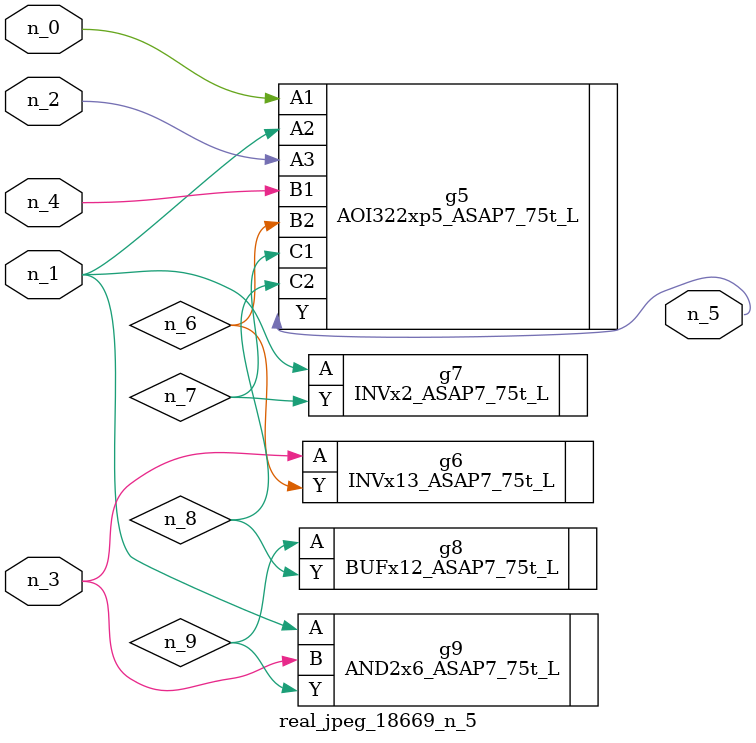
<source format=v>
module real_jpeg_18669_n_5 (n_4, n_0, n_1, n_2, n_3, n_5);

input n_4;
input n_0;
input n_1;
input n_2;
input n_3;

output n_5;

wire n_8;
wire n_6;
wire n_7;
wire n_9;

AOI322xp5_ASAP7_75t_L g5 ( 
.A1(n_0),
.A2(n_1),
.A3(n_2),
.B1(n_4),
.B2(n_6),
.C1(n_7),
.C2(n_8),
.Y(n_5)
);

INVx2_ASAP7_75t_L g7 ( 
.A(n_1),
.Y(n_7)
);

AND2x6_ASAP7_75t_L g9 ( 
.A(n_1),
.B(n_3),
.Y(n_9)
);

INVx13_ASAP7_75t_L g6 ( 
.A(n_3),
.Y(n_6)
);

BUFx12_ASAP7_75t_L g8 ( 
.A(n_9),
.Y(n_8)
);


endmodule
</source>
